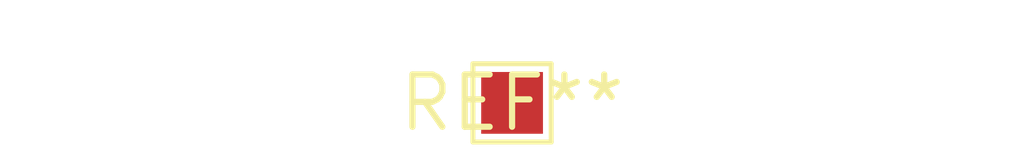
<source format=kicad_pcb>
(kicad_pcb (version 20240108) (generator pcbnew)
  (layers (0 "F.Cu" signal) (31 "B.Cu" signal) (34 "B.Paste" user) (35 "F.Paste" user) (36 "B.SilkS" user "B.Silkscreen") (37 "F.SilkS" user "F.Silkscreen") (38 "B.Mask" user) (39 "F.Mask" user) (44 "Edge.Cuts" user))
  (net 0 "")
  (footprint "TestPoint_Pad_1.5x1.5mm" (layer "F.Cu") (at 0 0)
    (property "Reference" "REF**")
    (property "Value" "TestPoint_Pad_1.5x1.5mm")
    (fp_line (start -0.95 -0.95) (end 0.95 -0.95) (layer "F.SilkS") (stroke (width 0.12)))
    (fp_line (start -0.95 0.95) (end -0.95 -0.95) (layer "F.SilkS") (stroke (width 0.12)))
    (fp_line (start 0.95 -0.95) (end 0.95 0.95) (layer "F.SilkS") (stroke (width 0.12)))
    (fp_line (start 0.95 0.95) (end -0.95 0.95) (layer "F.SilkS") (stroke (width 0.12)))
    (pad "1" smd rect (at 0 0) (size 1.5 1.5) (layers "F.Cu" "F.Mask"))
  )
)
</source>
